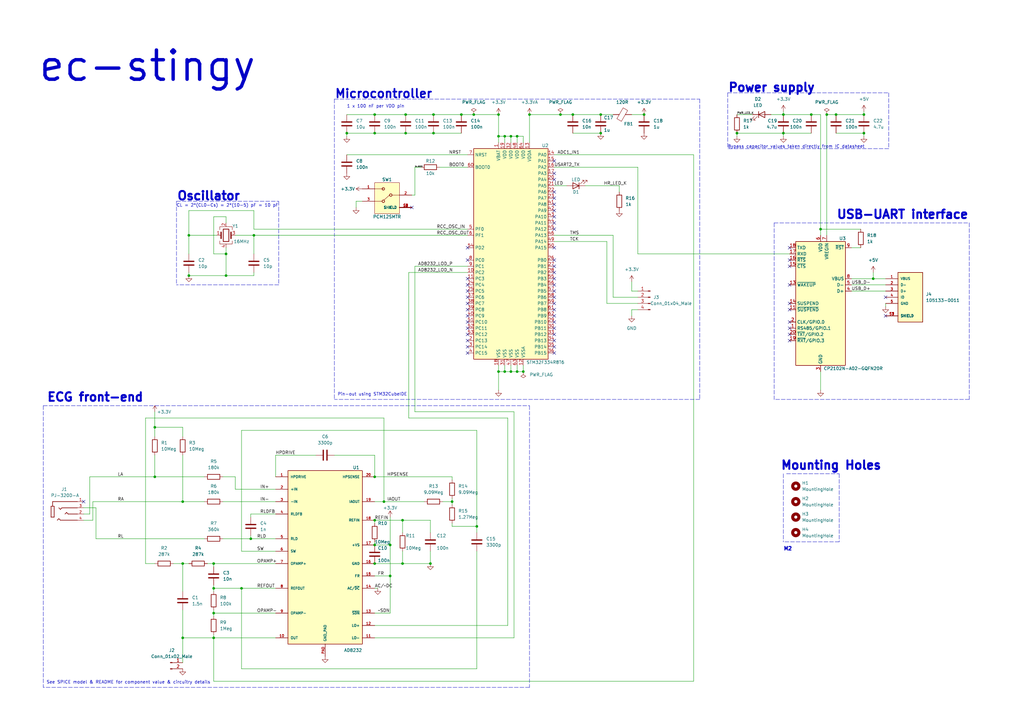
<source format=kicad_sch>
(kicad_sch (version 20211123) (generator eeschema)
  (paper "A3")
  (title_block (title "ec-stingy") (date "2023-06-29") (rev "0.1") (company "Steve Farra"))
  (lib_symbols
    (symbol "105133-0011:105133-0011" (pin_names (offset 1.016))
      (property "Reference" "J" (at -5.0875 10.6837 0))
      (property "Value" "105133-0011" (at -5.097 -12.7349 0))
      (symbol "105133-0011_0_0"
        (pin passive line (at -10.16 7.62 0) (length 5.08) (name "VBUS") (number "1"))
        (pin passive line (at -10.16 5.08 0) (length 5.08) (name "D-") (number "2"))
        (pin passive line (at -10.16 2.54 0) (length 5.08) (name "D+") (number "3"))
        (pin passive line (at -10.16 0 0) (length 5.08) (name "ID") (number "4"))
        (pin passive line (at -10.16 -2.54 0) (length 5.08) (name "GND") (number "5"))
        (pin passive line (at -10.16 -7.62 0) (length 5.08) (name "SHIELD") (number "S1"))
        (pin passive line (at -10.16 -7.62 0) (length 5.08) (name "SHIELD") (number "S2"))
        (pin passive line (at -10.16 -7.62 0) (length 5.08) (name "SHIELD") (number "S3"))
      )
    )
    (symbol "AD8232:AD8232" (pin_names (offset 1.016))
      (property "Reference" "U" (at -15.24 45.72 0))
      (property "Value" "AD8232" (at -15.24 -30.48 0))
      (symbol "AD8232_0_0"
        (pin bidirectional line (at -20.32 40.64 0) (length 5.08) (name "HPDRIVE") (number "1"))
        (pin bidirectional line (at -20.32 -25.4 0) (length 5.08) (name "OUT") (number "10"))
        (pin bidirectional line (at 20.32 -25.4 180) (length 5.08) (name "LO-") (number "11"))
        (pin bidirectional line (at 20.32 -20.32 180) (length 5.08) (name "LO+") (number "12"))
        (pin bidirectional line (at 20.32 -15.24 180) (length 5.08) (name "~{SDN}") (number "13"))
        (pin bidirectional line (at 20.32 -5.08 180) (length 5.08) (name "AC/~{DC}") (number "14"))
        (pin bidirectional line (at 20.32 0 180) (length 5.08) (name "FR") (number "15"))
        (pin bidirectional line (at 20.32 5.08 180) (length 5.08) (name "GND") (number "16"))
        (pin bidirectional line (at 20.32 12.7 180) (length 5.08) (name "+VS") (number "17"))
        (pin bidirectional line (at 20.32 22.86 180) (length 5.08) (name "REFIN") (number "18"))
        (pin bidirectional line (at 20.32 30.48 180) (length 5.08) (name "IAOUT") (number "19"))
        (pin bidirectional line (at -20.32 35.56 0) (length 5.08) (name "+IN") (number "2"))
        (pin bidirectional line (at 20.32 40.64 180) (length 5.08) (name "HPSENSE") (number "20"))
        (pin bidirectional line (at -20.32 30.48 0) (length 5.08) (name "-IN") (number "3"))
        (pin bidirectional line (at -20.32 25.4 0) (length 5.08) (name "RLDFB") (number "4"))
        (pin bidirectional line (at -20.32 15.24 0) (length 5.08) (name "RLD") (number "5"))
        (pin bidirectional line (at -20.32 10.16 0) (length 5.08) (name "SW") (number "6"))
        (pin bidirectional line (at -20.32 5.08 0) (length 5.08) (name "OPAMP+") (number "7"))
        (pin bidirectional line (at -20.32 -5.08 0) (length 5.08) (name "REFOUT") (number "8"))
        (pin bidirectional line (at -20.32 -15.24 0) (length 5.08) (name "OPAMP-") (number "9"))
        (pin bidirectional line (at 0 -33.02 90) (length 5.08) (name "GND_PAD") (number "PAD"))
      )
    )
    (symbol "Connector:Conn_01x02_Male" (pin_names (offset 1.016) hide)
      (property "Reference" "J" (at 0 2.54 0))
      (property "Value" "Conn_01x02_Male" (at 0 -5.08 0))
      (symbol "Conn_01x02_Male_1_1"
        (pin passive line (at 5.08 0 180) (length 3.81) (name "Pin_1") (number "1"))
        (pin passive line (at 5.08 -2.54 180) (length 3.81) (name "Pin_2") (number "2"))
      )
    )
    (symbol "Connector:Conn_01x04_Male" (pin_names (offset 1.016) hide)
      (property "Reference" "J" (at 0 5.08 0))
      (property "Value" "Conn_01x04_Male" (at 0 -7.62 0))
      (symbol "Conn_01x04_Male_1_1"
        (pin passive line (at 5.08 2.54 180) (length 3.81) (name "Pin_1") (number "1"))
        (pin passive line (at 5.08 0 180) (length 3.81) (name "Pin_2") (number "2"))
        (pin passive line (at 5.08 -2.54 180) (length 3.81) (name "Pin_3") (number "3"))
        (pin passive line (at 5.08 -5.08 180) (length 3.81) (name "Pin_4") (number "4"))
      )
    )
    (symbol "Device:C" (pin_numbers hide) (pin_names (offset 0.254))
      (property "Reference" "C" (at 0.635 2.54 0))
      (property "Value" "C" (at 0.635 -2.54 0))
      (symbol "C_1_1"
        (pin passive line (at 0 3.81 270) (length 2.794) (name "~") (number "1"))
        (pin passive line (at 0 -3.81 90) (length 2.794) (name "~") (number "2"))
      )
    )
    (symbol "Device:Crystal_GND24" (pin_names (offset 1.016) hide)
      (property "Reference" "Y" (at 3.175 5.08 0))
      (property "Value" "Crystal_GND24" (at 3.175 3.175 0))
      (symbol "Crystal_GND24_1_1"
        (pin passive line (at -3.81 0 0) (length 1.27) (name "1") (number "1"))
        (pin passive line (at 0 5.08 270) (length 1.27) (name "2") (number "2"))
        (pin passive line (at 3.81 0 180) (length 1.27) (name "3") (number "3"))
        (pin passive line (at 0 -5.08 90) (length 1.27) (name "4") (number "4"))
      )
    )
    (symbol "Device:FerriteBead" (pin_numbers hide) (pin_names (offset 0))
      (property "Reference" "FB" (at -3.81 0.635 90))
      (property "Value" "FerriteBead" (at 3.81 0 90))
      (symbol "FerriteBead_1_1"
        (pin passive line (at 0 3.81 270) (length 2.54) (name "~") (number "1"))
        (pin passive line (at 0 -3.81 90) (length 2.54) (name "~") (number "2"))
      )
    )
    (symbol "Device:LED" (pin_numbers hide) (pin_names (offset 1.016) hide)
      (property "Reference" "D" (at 0 2.54 0))
      (property "Value" "LED" (at 0 -2.54 0))
      (symbol "LED_1_1"
        (pin passive line (at -3.81 0 0) (length 2.54) (name "K") (number "1"))
        (pin passive line (at 3.81 0 180) (length 2.54) (name "A") (number "2"))
      )
    )
    (symbol "Device:R" (pin_numbers hide) (pin_names (offset 0))
      (property "Reference" "R" (at 2.032 0 90))
      (property "Value" "R" (at 0 0 90))
      (symbol "R_1_1"
        (pin passive line (at 0 3.81 270) (length 1.27) (name "~") (number "1"))
        (pin passive line (at 0 -3.81 90) (length 1.27) (name "~") (number "2"))
      )
    )
    (symbol "Interface_USB:CP2102N-Axx-xQFN20"
      (property "Reference" "U" (at -8.89 26.67 0))
      (property "Value" "CP2102N-Axx-xQFN20" (at 12.7 26.67 0))
      (symbol "CP2102N-Axx-xQFN20_1_1"
        (pin bidirectional line (at 12.7 -10.16 180) (length 2.54) (name "RS485/GPIO.1") (number "1"))
        (pin no_connect line (at -10.16 -22.86 0) (length 2.54) hide (name "NC") (number "10"))
        (pin output line (at 12.7 -2.54 180) (length 2.54) (name "~{SUSPEND}") (number "11"))
        (pin passive line (at 0 -27.94 90) (length 2.54) hide (name "GND") (number "12"))
        (pin input line (at 12.7 7.62 180) (length 2.54) (name "~{WAKEUP}") (number "13"))
        (pin output line (at 12.7 0 180) (length 2.54) (name "SUSPEND") (number "14"))
        (pin input line (at 12.7 15.24 180) (length 2.54) (name "~{CTS}") (number "15"))
        (pin output line (at 12.7 17.78 180) (length 2.54) (name "~{RTS}") (number "16"))
        (pin input line (at 12.7 20.32 180) (length 2.54) (name "RXD") (number "17"))
        (pin output line (at 12.7 22.86 180) (length 2.54) (name "TXD") (number "18"))
        (pin bidirectional line (at 12.7 -15.24 180) (length 2.54) (name "~{RXT}/GPIO.3") (number "19"))
        (pin bidirectional line (at 12.7 -7.62 180) (length 2.54) (name "CLK/GPIO.0") (number "2"))
        (pin bidirectional line (at 12.7 -12.7 180) (length 2.54) (name "~{TXT}/GPIO.2") (number "20"))
        (pin passive line (at 0 -27.94 90) (length 2.54) hide (name "GND") (number "21"))
        (pin power_in line (at 0 -27.94 90) (length 2.54) (name "GND") (number "3"))
        (pin bidirectional line (at -12.7 5.08 0) (length 2.54) (name "D+") (number "4"))
        (pin bidirectional line (at -12.7 7.62 0) (length 2.54) (name "D-") (number "5"))
        (pin power_in line (at 0 27.94 270) (length 2.54) (name "VDD") (number "6"))
        (pin power_in line (at -2.54 27.94 270) (length 2.54) (name "VREGIN") (number "7"))
        (pin input line (at -12.7 10.16 0) (length 2.54) (name "VBUS") (number "8"))
        (pin input line (at -12.7 22.86 0) (length 2.54) (name "~{RST}") (number "9"))
      )
    )
    (symbol "MCU_ST_STM32F3:STM32F334R8Tx"
      (property "Reference" "U" (at -15.24 44.45 0))
      (property "Value" "STM32F334R8Tx" (at 10.16 44.45 0))
      (symbol "STM32F334R8Tx_1_1"
        (pin power_in line (at -5.08 45.72 270) (length 2.54) (name "VBAT") (number "1"))
        (pin bidirectional line (at -17.78 -7.62 0) (length 2.54) (name "PC2") (number "10"))
        (pin bidirectional line (at -17.78 -10.16 0) (length 2.54) (name "PC3") (number "11"))
        (pin power_in line (at 5.08 -45.72 90) (length 2.54) (name "VSSA") (number "12"))
        (pin power_in line (at 7.62 45.72 270) (length 2.54) (name "VDDA") (number "13"))
        (pin bidirectional line (at 17.78 40.64 180) (length 2.54) (name "PA0") (number "14"))
        (pin bidirectional line (at 17.78 38.1 180) (length 2.54) (name "PA1") (number "15"))
        (pin bidirectional line (at 17.78 35.56 180) (length 2.54) (name "PA2") (number "16"))
        (pin bidirectional line (at 17.78 33.02 180) (length 2.54) (name "PA3") (number "17"))
        (pin power_in line (at -5.08 -45.72 90) (length 2.54) (name "VSS") (number "18"))
        (pin power_in line (at -2.54 45.72 270) (length 2.54) (name "VDD") (number "19"))
        (pin bidirectional line (at -17.78 -35.56 0) (length 2.54) (name "PC13") (number "2"))
        (pin bidirectional line (at 17.78 30.48 180) (length 2.54) (name "PA4") (number "20"))
        (pin bidirectional line (at 17.78 27.94 180) (length 2.54) (name "PA5") (number "21"))
        (pin bidirectional line (at 17.78 25.4 180) (length 2.54) (name "PA6") (number "22"))
        (pin bidirectional line (at 17.78 22.86 180) (length 2.54) (name "PA7") (number "23"))
        (pin bidirectional line (at -17.78 -12.7 0) (length 2.54) (name "PC4") (number "24"))
        (pin bidirectional line (at -17.78 -15.24 0) (length 2.54) (name "PC5") (number "25"))
        (pin bidirectional line (at 17.78 -2.54 180) (length 2.54) (name "PB0") (number "26"))
        (pin bidirectional line (at 17.78 -5.08 180) (length 2.54) (name "PB1") (number "27"))
        (pin bidirectional line (at 17.78 -7.62 180) (length 2.54) (name "PB2") (number "28"))
        (pin bidirectional line (at 17.78 -27.94 180) (length 2.54) (name "PB10") (number "29"))
        (pin bidirectional line (at -17.78 -38.1 0) (length 2.54) (name "PC14") (number "3"))
        (pin bidirectional line (at 17.78 -30.48 180) (length 2.54) (name "PB11") (number "30"))
        (pin power_in line (at -2.54 -45.72 90) (length 2.54) (name "VSS") (number "31"))
        (pin power_in line (at 0 45.72 270) (length 2.54) (name "VDD") (number "32"))
        (pin bidirectional line (at 17.78 -33.02 180) (length 2.54) (name "PB12") (number "33"))
        (pin bidirectional line (at 17.78 -35.56 180) (length 2.54) (name "PB13") (number "34"))
        (pin bidirectional line (at 17.78 -38.1 180) (length 2.54) (name "PB14") (number "35"))
        (pin bidirectional line (at 17.78 -40.64 180) (length 2.54) (name "PB15") (number "36"))
        (pin bidirectional line (at -17.78 -17.78 0) (length 2.54) (name "PC6") (number "37"))
        (pin bidirectional line (at -17.78 -20.32 0) (length 2.54) (name "PC7") (number "38"))
        (pin bidirectional line (at -17.78 -22.86 0) (length 2.54) (name "PC8") (number "39"))
        (pin bidirectional line (at -17.78 -40.64 0) (length 2.54) (name "PC15") (number "4"))
        (pin bidirectional line (at -17.78 -25.4 0) (length 2.54) (name "PC9") (number "40"))
        (pin bidirectional line (at 17.78 20.32 180) (length 2.54) (name "PA8") (number "41"))
        (pin bidirectional line (at 17.78 17.78 180) (length 2.54) (name "PA9") (number "42"))
        (pin bidirectional line (at 17.78 15.24 180) (length 2.54) (name "PA10") (number "43"))
        (pin bidirectional line (at 17.78 12.7 180) (length 2.54) (name "PA11") (number "44"))
        (pin bidirectional line (at 17.78 10.16 180) (length 2.54) (name "PA12") (number "45"))
        (pin bidirectional line (at 17.78 7.62 180) (length 2.54) (name "PA13") (number "46"))
        (pin power_in line (at 0 -45.72 90) (length 2.54) (name "VSS") (number "47"))
        (pin power_in line (at 2.54 45.72 270) (length 2.54) (name "VDD") (number "48"))
        (pin bidirectional line (at 17.78 5.08 180) (length 2.54) (name "PA14") (number "49"))
        (pin input line (at -17.78 10.16 0) (length 2.54) (name "PF0") (number "5"))
        (pin bidirectional line (at 17.78 2.54 180) (length 2.54) (name "PA15") (number "50"))
        (pin bidirectional line (at -17.78 -27.94 0) (length 2.54) (name "PC10") (number "51"))
        (pin bidirectional line (at -17.78 -30.48 0) (length 2.54) (name "PC11") (number "52"))
        (pin bidirectional line (at -17.78 -33.02 0) (length 2.54) (name "PC12") (number "53"))
        (pin bidirectional line (at -17.78 2.54 0) (length 2.54) (name "PD2") (number "54"))
        (pin bidirectional line (at 17.78 -10.16 180) (length 2.54) (name "PB3") (number "55"))
        (pin bidirectional line (at 17.78 -12.7 180) (length 2.54) (name "PB4") (number "56"))
        (pin bidirectional line (at 17.78 -15.24 180) (length 2.54) (name "PB5") (number "57"))
        (pin bidirectional line (at 17.78 -17.78 180) (length 2.54) (name "PB6") (number "58"))
        (pin bidirectional line (at 17.78 -20.32 180) (length 2.54) (name "PB7") (number "59"))
        (pin input line (at -17.78 7.62 0) (length 2.54) (name "PF1") (number "6"))
        (pin input line (at -17.78 35.56 0) (length 2.54) (name "BOOT0") (number "60"))
        (pin bidirectional line (at 17.78 -22.86 180) (length 2.54) (name "PB8") (number "61"))
        (pin bidirectional line (at 17.78 -25.4 180) (length 2.54) (name "PB9") (number "62"))
        (pin power_in line (at 2.54 -45.72 90) (length 2.54) (name "VSS") (number "63"))
        (pin power_in line (at 5.08 45.72 270) (length 2.54) (name "VDD") (number "64"))
        (pin input line (at -17.78 40.64 0) (length 2.54) (name "NRST") (number "7"))
        (pin bidirectional line (at -17.78 -2.54 0) (length 2.54) (name "PC0") (number "8"))
        (pin bidirectional line (at -17.78 -5.08 0) (length 2.54) (name "PC1") (number "9"))
      )
    )
    (symbol "Mechanical:MountingHole" (pin_names (offset 1.016))
      (property "Reference" "H" (at 0 5.08 0))
      (property "Value" "MountingHole" (at 0 3.175 0))
    )
    (symbol "PCM12SMTR:PCM12SMTR" (pin_names (offset 1.016))
      (property "Reference" "SW" (at -5.0844 5.3386 0))
      (property "Value" "PCM12SMTR" (at -5.1814 -9.6619 0))
      (symbol "PCM12SMTR_0_0"
        (pin passive line (at -10.16 2.54 0) (length 5.08) (name "~") (number "1"))
        (pin passive line (at 10.16 0 180) (length 5.08) (name "~") (number "2"))
        (pin passive line (at -10.16 -2.54 0) (length 5.08) (name "~") (number "3"))
        (pin passive line (at 10.16 -5.08 180) (length 5.08) (name "SHIELD") (number "S1"))
        (pin passive line (at 10.16 -5.08 180) (length 5.08) (name "SHIELD") (number "S2"))
        (pin passive line (at 10.16 -5.08 180) (length 5.08) (name "SHIELD") (number "S3"))
        (pin passive line (at 10.16 -5.08 180) (length 5.08) (name "SHIELD") (number "S4"))
      )
    )
    (symbol "PJ-320D-A:PJ-320D-A" (pin_names (offset 1.016))
      (property "Reference" "J" (at -5.08 2.54 0))
      (property "Value" "PJ-320D-A" (at -5.08 -10.16 0))
      (symbol "PJ-320D-A_0_0"
        (pin passive line (at 7.62 0 180) (length 2.54) (name "~") (number "1"))
        (pin passive line (at 7.62 -5.08 180) (length 2.54) (name "~") (number "2"))
        (pin passive line (at 7.62 -2.54 180) (length 2.54) (name "~") (number "3"))
        (pin passive line (at 7.62 -7.62 180) (length 2.54) (name "~") (number "4"))
      )
    )
    (symbol "power:+3.3V" (power) (pin_names (offset 0))
      (property "Value" "+3.3V" (at 0 3.556 0))
      (symbol "+3.3V_1_1"
        (pin power_in line (at 0 0 90) (length 0) hide (name "+3.3V") (number "1"))
      )
    )
    (symbol "power:+3.3VA" (power) (pin_names (offset 0))
      (property "Value" "+3.3VA" (at 0 3.556 0))
      (symbol "+3.3VA_1_1"
        (pin power_in line (at 0 0 90) (length 0) hide (name "+3.3VA") (number "1"))
      )
    )
    (symbol "power:+5V" (power) (pin_names (offset 0))
      (property "Value" "+5V" (at 0 3.556 0))
      (symbol "+5V_1_1"
        (pin power_in line (at 0 0 90) (length 0) hide (name "+5V") (number "1"))
      )
    )
    (symbol "power:GND" (power) (pin_names (offset 0))
      (property "Value" "GND" (at 0 -3.81 0))
      (symbol "GND_1_1"
        (pin power_in line (at 0 0 270) (length 0) hide (name "GND") (number "1"))
      )
    )
    (symbol "power:PWR_FLAG" (power) (pin_numbers hide) (pin_names (offset 0) hide)
      (property "Value" "PWR_FLAG" (at 0 3.81 0))
      (symbol "PWR_FLAG_0_0"
        (pin power_out line (at 0 0 90) (length 0) (name "pwr") (number "1"))
      )
    )
  )
  (junction (at 87.63 251.46))
  (junction (at 185.42 205.74))
  (junction (at 212.09 55.88))
  (junction (at 204.47 46.99))
  (junction (at 104.14 96.52))
  (junction (at 177.8 54.61))
  (junction (at 160.02 236.22))
  (junction (at 153.67 54.61))
  (junction (at 207.01 55.88))
  (junction (at 321.31 46.99))
  (junction (at 209.55 55.88))
  (junction (at 74.93 205.74))
  (junction (at 142.24 54.61))
  (junction (at 166.37 46.99))
  (junction (at 195.58 215.9))
  (junction (at 264.16 46.99))
  (junction (at 102.87 220.98))
  (junction (at 157.48 205.74))
  (junction (at 209.55 152.4))
  (junction (at 87.63 261.62))
  (junction (at 212.09 152.4))
  (junction (at 74.93 261.62))
  (junction (at 336.55 93.98))
  (junction (at 63.5 175.26))
  (junction (at 332.74 46.99))
  (junction (at 153.67 231.14))
  (junction (at 153.67 46.99))
  (junction (at 153.67 223.52))
  (junction (at 153.67 213.36))
  (junction (at 246.38 54.61))
  (junction (at 358.14 114.3))
  (junction (at 77.47 113.03))
  (junction (at 165.1 213.36))
  (junction (at 92.71 104.14))
  (junction (at 234.95 46.99))
  (junction (at 165.1 231.14))
  (junction (at 160.02 223.52))
  (junction (at 194.31 46.99))
  (junction (at 302.26 54.61))
  (junction (at 92.71 113.03))
  (junction (at 229.87 46.99))
  (junction (at 99.06 241.3))
  (junction (at 74.93 231.14))
  (junction (at 207.01 152.4))
  (junction (at 189.23 46.99))
  (junction (at 354.33 54.61))
  (junction (at 153.67 195.58))
  (junction (at 177.8 46.99))
  (junction (at 87.63 241.3))
  (junction (at 176.53 231.14))
  (junction (at 246.38 46.99))
  (junction (at 63.5 195.58))
  (junction (at 321.31 54.61))
  (junction (at 342.9 46.99))
  (junction (at 214.63 152.4))
  (junction (at 87.63 231.14))
  (junction (at 204.47 152.4))
  (junction (at 166.37 54.61))
  (junction (at 354.33 46.99))
  (junction (at 204.47 55.88))
  (junction (at 77.47 96.52))
  (junction (at 217.17 46.99))
  (junction (at 339.09 46.99))
  (no_connect (at 191.77 137.16))
  (no_connect (at 191.77 127))
  (no_connect (at 323.85 137.16))
  (no_connect (at 323.85 139.7))
  (no_connect (at 227.33 132.08))
  (no_connect (at 227.33 127))
  (no_connect (at 323.85 116.84))
  (no_connect (at 323.85 132.08))
  (no_connect (at 227.33 109.22))
  (no_connect (at 227.33 78.74))
  (no_connect (at 191.77 134.62))
  (no_connect (at 227.33 129.54))
  (no_connect (at 323.85 101.6))
  (no_connect (at 227.33 111.76))
  (no_connect (at 191.77 101.6))
  (no_connect (at 227.33 124.46))
  (no_connect (at 227.33 134.62))
  (no_connect (at 168.91 85.09))
  (no_connect (at 227.33 137.16))
  (no_connect (at 191.77 132.08))
  (no_connect (at 191.77 142.24))
  (no_connect (at 227.33 83.82))
  (no_connect (at 227.33 81.28))
  (no_connect (at 191.77 114.3))
  (no_connect (at 191.77 116.84))
  (no_connect (at 227.33 91.44))
  (no_connect (at 227.33 71.12))
  (no_connect (at 227.33 139.7))
  (no_connect (at 323.85 134.62))
  (no_connect (at 227.33 121.92))
  (no_connect (at 191.77 106.68))
  (no_connect (at 323.85 109.22))
  (no_connect (at 227.33 86.36))
  (no_connect (at 227.33 101.6))
  (no_connect (at 227.33 106.68))
  (no_connect (at 227.33 119.38))
  (no_connect (at 191.77 119.38))
  (no_connect (at 363.22 129.54))
  (no_connect (at 191.77 121.92))
  (no_connect (at 191.77 124.46))
  (no_connect (at 191.77 129.54))
  (no_connect (at 191.77 139.7))
  (no_connect (at 323.85 124.46))
  (no_connect (at 227.33 144.78))
  (no_connect (at 34.29 205.74))
  (no_connect (at 323.85 127))
  (no_connect (at 363.22 121.92))
  (no_connect (at 227.33 114.3))
  (no_connect (at 227.33 142.24))
  (no_connect (at 227.33 93.98))
  (no_connect (at 227.33 116.84))
  (no_connect (at 227.33 73.66))
  (no_connect (at 227.33 66.04))
  (no_connect (at 227.33 88.9))
  (no_connect (at 323.85 106.68))
  (no_connect (at 191.77 144.78))
  (wire (pts (xy 217.17 46.99) (xy 229.87 46.99)))
  (wire (pts (xy 153.67 213.36) (xy 153.67 214.63)))
  (wire (pts (xy 102.87 220.98) (xy 113.03 220.98)))
  (wire (pts (xy 87.63 250.19) (xy 87.63 251.46)))
  (wire (pts (xy 153.67 186.69) (xy 153.67 195.58)))
  (wire (pts (xy 63.5 186.69) (xy 63.5 195.58)))
  (wire (pts (xy 167.64 111.76) (xy 167.64 171.45)))
  (wire (pts (xy 261.62 119.38) (xy 259.08 119.38)))
  (wire (pts (xy 87.63 104.14) (xy 92.71 104.14)))
  (wire (pts (xy 87.63 232.41) (xy 87.63 231.14)))
  (wire (pts (xy 195.58 226.06) (xy 195.58 274.32)))
  (wire (pts (xy 209.55 149.86) (xy 209.55 152.4)))
  (wire (pts (xy 92.71 113.03) (xy 104.14 113.03)))
  (wire (pts (xy 104.14 96.52) (xy 191.77 96.52)))
  (wire (pts (xy 349.25 101.6) (xy 353.06 101.6)))
  (wire (pts (xy 96.52 96.52) (xy 104.14 96.52)))
  (wire (pts (xy 59.69 171.45) (xy 157.48 171.45)))
  (polyline (pts (xy 137.16 40.64) (xy 137.16 163.83)))
  (polyline (pts (xy 321.31 194.31) (xy 321.31 222.25)))
  (wire (pts (xy 358.14 111.76) (xy 358.14 114.3)))
  (wire (pts (xy 339.09 46.99) (xy 339.09 96.52)))
  (polyline (pts (xy 137.16 40.64) (xy 287.02 40.64)))
  (wire (pts (xy 166.37 46.99) (xy 177.8 46.99)))
  (wire (pts (xy 259.08 115.57) (xy 259.08 119.38)))
  (polyline (pts (xy 72.39 82.55) (xy 114.3 82.55)))
  (wire (pts (xy 142.24 54.61) (xy 142.24 55.88)))
  (wire (pts (xy 227.33 63.5) (xy 284.48 63.5)))
  (wire (pts (xy 204.47 55.88) (xy 204.47 58.42)))
  (wire (pts (xy 332.74 46.99) (xy 336.55 46.99)))
  (wire (pts (xy 87.63 251.46) (xy 87.63 252.73)))
  (wire (pts (xy 212.09 149.86) (xy 212.09 152.4)))
  (wire (pts (xy 227.33 99.06) (xy 248.92 99.06)))
  (wire (pts (xy 77.47 96.52) (xy 77.47 104.14)))
  (wire (pts (xy 212.09 152.4) (xy 214.63 152.4)))
  (wire (pts (xy 39.37 220.98) (xy 83.82 220.98)))
  (wire (pts (xy 323.85 104.14) (xy 261.62 104.14)))
  (wire (pts (xy 77.47 86.36) (xy 104.14 86.36)))
  (wire (pts (xy 74.93 205.74) (xy 83.82 205.74)))
  (wire (pts (xy 204.47 149.86) (xy 204.47 152.4)))
  (wire (pts (xy 77.47 231.14) (xy 74.93 231.14)))
  (wire (pts (xy 342.9 54.61) (xy 354.33 54.61)))
  (wire (pts (xy 204.47 46.99) (xy 204.47 55.88)))
  (wire (pts (xy 153.67 195.58) (xy 185.42 195.58)))
  (wire (pts (xy 259.08 127) (xy 259.08 129.54)))
  (wire (pts (xy 176.53 226.06) (xy 176.53 231.14)))
  (wire (pts (xy 210.82 261.62) (xy 210.82 168.91)))
  (wire (pts (xy 207.01 152.4) (xy 209.55 152.4)))
  (wire (pts (xy 99.06 176.53) (xy 195.58 176.53)))
  (wire (pts (xy 210.82 261.62) (xy 153.67 261.62)))
  (wire (pts (xy 63.5 231.14) (xy 59.69 231.14)))
  (wire (pts (xy 102.87 212.09) (xy 102.87 210.82)))
  (wire (pts (xy 363.22 124.46) (xy 363.22 125.73)))
  (wire (pts (xy 38.1 205.74) (xy 38.1 213.36)))
  (wire (pts (xy 38.1 205.74) (xy 74.93 205.74)))
  (wire (pts (xy 176.53 213.36) (xy 176.53 218.44)))
  (wire (pts (xy 208.28 171.45) (xy 208.28 256.54)))
  (wire (pts (xy 180.34 68.58) (xy 191.77 68.58)))
  (wire (pts (xy 354.33 54.61) (xy 354.33 55.88)))
  (wire (pts (xy 87.63 279.4) (xy 87.63 261.62)))
  (wire (pts (xy 212.09 55.88) (xy 214.63 55.88)))
  (wire (pts (xy 153.67 223.52) (xy 160.02 223.52)))
  (wire (pts (xy 248.92 124.46) (xy 261.62 124.46)))
  (wire (pts (xy 321.31 54.61) (xy 321.31 55.88)))
  (wire (pts (xy 154.94 241.3) (xy 153.67 241.3)))
  (wire (pts (xy 92.71 101.6) (xy 92.71 104.14)))
  (wire (pts (xy 85.09 231.14) (xy 87.63 231.14)))
  (wire (pts (xy 63.5 175.26) (xy 74.93 175.26)))
  (wire (pts (xy 261.62 127) (xy 259.08 127)))
  (wire (pts (xy 39.37 208.28) (xy 34.29 208.28)))
  (polyline (pts (xy 287.02 40.64) (xy 287.02 163.83)))
  (wire (pts (xy 74.93 179.07) (xy 74.93 175.26)))
  (wire (pts (xy 113.03 226.06) (xy 99.06 226.06)))
  (wire (pts (xy 142.24 63.5) (xy 191.77 63.5)))
  (wire (pts (xy 63.5 195.58) (xy 83.82 195.58)))
  (wire (pts (xy 208.28 256.54) (xy 153.67 256.54)))
  (wire (pts (xy 316.23 46.99) (xy 321.31 46.99)))
  (wire (pts (xy 87.63 231.14) (xy 113.03 231.14)))
  (wire (pts (xy 39.37 220.98) (xy 39.37 208.28)))
  (wire (pts (xy 209.55 152.4) (xy 212.09 152.4)))
  (wire (pts (xy 234.95 46.99) (xy 246.38 46.99)))
  (wire (pts (xy 207.01 55.88) (xy 207.01 58.42)))
  (wire (pts (xy 332.74 54.61) (xy 321.31 54.61)))
  (wire (pts (xy 104.14 93.98) (xy 191.77 93.98)))
  (wire (pts (xy 36.83 195.58) (xy 63.5 195.58)))
  (polyline (pts (xy 17.78 166.37) (xy 17.78 281.94)))
  (wire (pts (xy 113.03 186.69) (xy 129.54 186.69)))
  (wire (pts (xy 74.93 261.62) (xy 74.93 271.78)))
  (wire (pts (xy 165.1 231.14) (xy 176.53 231.14)))
  (wire (pts (xy 204.47 152.4) (xy 204.47 160.02)))
  (wire (pts (xy 104.14 96.52) (xy 104.14 104.14)))
  (wire (pts (xy 234.95 54.61) (xy 246.38 54.61)))
  (wire (pts (xy 195.58 274.32) (xy 99.06 274.32)))
  (wire (pts (xy 153.67 231.14) (xy 165.1 231.14)))
  (wire (pts (xy 227.33 68.58) (xy 261.62 68.58)))
  (polyline (pts (xy 287.02 163.83) (xy 137.16 163.83)))
  (wire (pts (xy 153.67 251.46) (xy 160.02 251.46)))
  (wire (pts (xy 77.47 86.36) (xy 77.47 96.52)))
  (wire (pts (xy 185.42 204.47) (xy 185.42 205.74)))
  (wire (pts (xy 177.8 46.99) (xy 189.23 46.99)))
  (wire (pts (xy 71.12 231.14) (xy 74.93 231.14)))
  (wire (pts (xy 87.63 88.9) (xy 87.63 104.14)))
  (wire (pts (xy 167.64 111.76) (xy 191.77 111.76)))
  (polyline (pts (xy 344.17 222.25) (xy 321.31 222.25)))
  (wire (pts (xy 240.03 76.2) (xy 254 76.2)))
  (wire (pts (xy 153.67 213.36) (xy 165.1 213.36)))
  (wire (pts (xy 91.44 220.98) (xy 102.87 220.98)))
  (wire (pts (xy 246.38 46.99) (xy 251.46 46.99)))
  (wire (pts (xy 87.63 260.35) (xy 87.63 261.62)))
  (wire (pts (xy 342.9 46.99) (xy 354.33 46.99)))
  (wire (pts (xy 248.92 99.06) (xy 248.92 124.46)))
  (wire (pts (xy 349.25 119.38) (xy 363.22 119.38)))
  (wire (pts (xy 339.09 46.99) (xy 342.9 46.99)))
  (wire (pts (xy 185.42 215.9) (xy 185.42 214.63)))
  (wire (pts (xy 302.26 54.61) (xy 302.26 55.88)))
  (wire (pts (xy 336.55 93.98) (xy 353.06 93.98)))
  (polyline (pts (xy 317.5 91.44) (xy 317.5 163.83)))
  (wire (pts (xy 251.46 96.52) (xy 251.46 121.92)))
  (polyline (pts (xy 397.51 163.83) (xy 317.5 163.83)))
  (wire (pts (xy 77.47 96.52) (xy 88.9 96.52)))
  (wire (pts (xy 170.18 80.01) (xy 168.91 80.01)))
  (wire (pts (xy 336.55 96.52) (xy 336.55 93.98)))
  (wire (pts (xy 210.82 168.91) (xy 170.18 168.91)))
  (wire (pts (xy 167.64 171.45) (xy 208.28 171.45)))
  (wire (pts (xy 181.61 205.74) (xy 185.42 205.74)))
  (wire (pts (xy 153.67 46.99) (xy 166.37 46.99)))
  (wire (pts (xy 142.24 46.99) (xy 153.67 46.99)))
  (wire (pts (xy 170.18 68.58) (xy 170.18 80.01)))
  (wire (pts (xy 87.63 279.4) (xy 284.48 279.4)))
  (wire (pts (xy 102.87 219.71) (xy 102.87 220.98)))
  (wire (pts (xy 254 76.2) (xy 254 78.74)))
  (wire (pts (xy 113.03 261.62) (xy 87.63 261.62)))
  (wire (pts (xy 99.06 241.3) (xy 113.03 241.3)))
  (polyline (pts (xy 317.5 91.44) (xy 397.51 91.44)))
  (polyline (pts (xy 397.51 91.44) (xy 397.51 163.83)))
  (wire (pts (xy 217.17 58.42) (xy 217.17 46.99)))
  (wire (pts (xy 170.18 168.91) (xy 170.18 109.22)))
  (wire (pts (xy 166.37 54.61) (xy 177.8 54.61)))
  (wire (pts (xy 91.44 205.74) (xy 113.03 205.74)))
  (wire (pts (xy 113.03 195.58) (xy 113.03 186.69)))
  (wire (pts (xy 87.63 240.03) (xy 87.63 241.3)))
  (wire (pts (xy 92.71 91.44) (xy 92.71 88.9)))
  (wire (pts (xy 77.47 113.03) (xy 92.71 113.03)))
  (wire (pts (xy 349.25 116.84) (xy 363.22 116.84)))
  (wire (pts (xy 302.26 46.99) (xy 308.61 46.99)))
  (wire (pts (xy 194.31 46.99) (xy 204.47 46.99)))
  (wire (pts (xy 99.06 226.06) (xy 99.06 176.53)))
  (polyline (pts (xy 298.45 38.1) (xy 364.49 38.1)))
  (polyline (pts (xy 72.39 82.55) (xy 72.39 116.84)))
  (wire (pts (xy 214.63 149.86) (xy 214.63 152.4)))
  (wire (pts (xy 321.31 45.72) (xy 321.31 46.99)))
  (wire (pts (xy 153.67 222.25) (xy 153.67 223.52)))
  (polyline (pts (xy 364.49 38.1) (xy 364.49 60.96)))
  (wire (pts (xy 63.5 175.26) (xy 63.5 179.07)))
  (wire (pts (xy 77.47 111.76) (xy 77.47 113.03)))
  (polyline (pts (xy 114.3 116.84) (xy 72.39 116.84)))
  (wire (pts (xy 157.48 205.74) (xy 173.99 205.74)))
  (polyline (pts (xy 298.45 38.1) (xy 298.45 60.96)))
  (wire (pts (xy 207.01 55.88) (xy 209.55 55.88)))
  (wire (pts (xy 36.83 195.58) (xy 36.83 210.82)))
  (wire (pts (xy 74.93 231.14) (xy 74.93 242.57)))
  (wire (pts (xy 74.93 186.69) (xy 74.93 205.74)))
  (wire (pts (xy 92.71 104.14) (xy 92.71 113.03)))
  (polyline (pts (xy 217.17 281.94) (xy 17.78 281.94)))
  (wire (pts (xy 177.8 54.61) (xy 189.23 54.61)))
  (wire (pts (xy 214.63 55.88) (xy 214.63 58.42)))
  (wire (pts (xy 146.05 82.55) (xy 146.05 85.09)))
  (wire (pts (xy 99.06 274.32) (xy 99.06 241.3)))
  (polyline (pts (xy 344.17 194.31) (xy 344.17 222.25)))
  (wire (pts (xy 160.02 212.09) (xy 160.02 223.52)))
  (wire (pts (xy 261.62 104.14) (xy 261.62 68.58)))
  (wire (pts (xy 212.09 55.88) (xy 212.09 58.42)))
  (wire (pts (xy 36.83 210.82) (xy 34.29 210.82)))
  (wire (pts (xy 87.63 241.3) (xy 99.06 241.3)))
  (wire (pts (xy 229.87 46.99) (xy 234.95 46.99)))
  (wire (pts (xy 160.02 251.46) (xy 160.02 236.22)))
  (wire (pts (xy 91.44 195.58) (xy 96.52 195.58)))
  (wire (pts (xy 195.58 176.53) (xy 195.58 215.9)))
  (wire (pts (xy 189.23 46.99) (xy 194.31 46.99)))
  (wire (pts (xy 185.42 195.58) (xy 185.42 196.85)))
  (wire (pts (xy 284.48 279.4) (xy 284.48 63.5)))
  (wire (pts (xy 209.55 55.88) (xy 212.09 55.88)))
  (wire (pts (xy 302.26 54.61) (xy 321.31 54.61)))
  (wire (pts (xy 185.42 205.74) (xy 185.42 207.01)))
  (wire (pts (xy 259.08 46.99) (xy 264.16 46.99)))
  (polyline (pts (xy 17.78 166.37) (xy 217.17 166.37)))
  (wire (pts (xy 87.63 251.46) (xy 113.03 251.46)))
  (polyline (pts (xy 217.17 166.37) (xy 217.17 281.94)))
  (wire (pts (xy 160.02 223.52) (xy 160.02 236.22)))
  (wire (pts (xy 207.01 149.86) (xy 207.01 152.4)))
  (wire (pts (xy 38.1 213.36) (xy 34.29 213.36)))
  (wire (pts (xy 170.18 109.22) (xy 191.77 109.22)))
  (wire (pts (xy 170.18 68.58) (xy 172.72 68.58)))
  (wire (pts (xy 148.59 82.55) (xy 146.05 82.55)))
  (wire (pts (xy 165.1 213.36) (xy 165.1 218.44)))
  (wire (pts (xy 358.14 114.3) (xy 363.22 114.3)))
  (wire (pts (xy 74.93 250.19) (xy 74.93 261.62)))
  (wire (pts (xy 165.1 213.36) (xy 176.53 213.36)))
  (wire (pts (xy 209.55 55.88) (xy 209.55 58.42)))
  (wire (pts (xy 153.67 54.61) (xy 166.37 54.61)))
  (wire (pts (xy 227.33 76.2) (xy 232.41 76.2)))
  (wire (pts (xy 195.58 215.9) (xy 195.58 218.44)))
  (polyline (pts (xy 364.49 60.96) (xy 298.45 60.96)))
  (wire (pts (xy 153.67 205.74) (xy 157.48 205.74)))
  (polyline (pts (xy 322.58 194.31) (xy 344.17 194.31)))
  (wire (pts (xy 227.33 96.52) (xy 251.46 96.52)))
  (wire (pts (xy 137.16 186.69) (xy 153.67 186.69)))
  (wire (pts (xy 195.58 215.9) (xy 185.42 215.9)))
  (wire (pts (xy 157.48 171.45) (xy 157.48 205.74)))
  (wire (pts (xy 104.14 93.98) (xy 104.14 86.36)))
  (wire (pts (xy 74.93 261.62) (xy 87.63 261.62)))
  (wire (pts (xy 153.67 236.22) (xy 160.02 236.22)))
  (wire (pts (xy 354.33 45.72) (xy 354.33 46.99)))
  (wire (pts (xy 332.74 46.99) (xy 321.31 46.99)))
  (wire (pts (xy 87.63 242.57) (xy 87.63 241.3)))
  (wire (pts (xy 165.1 226.06) (xy 165.1 231.14)))
  (wire (pts (xy 142.24 54.61) (xy 153.67 54.61)))
  (wire (pts (xy 63.5 168.91) (xy 63.5 175.26)))
  (polyline (pts (xy 114.3 82.55) (xy 114.3 116.84)))
  (wire (pts (xy 96.52 200.66) (xy 113.03 200.66)))
  (wire (pts (xy 336.55 152.4) (xy 336.55 160.02)))
  (wire (pts (xy 92.71 88.9) (xy 87.63 88.9)))
  (wire (pts (xy 204.47 152.4) (xy 207.01 152.4)))
  (wire (pts (xy 204.47 55.88) (xy 207.01 55.88)))
  (wire (pts (xy 251.46 121.92) (xy 261.62 121.92)))
  (wire (pts (xy 336.55 46.99) (xy 336.55 93.98)))
  (wire (pts (xy 349.25 114.3) (xy 358.14 114.3)))
  (wire (pts (xy 59.69 231.14) (xy 59.69 171.45)))
  (wire (pts (xy 102.87 210.82) (xy 113.03 210.82)))
  (wire (pts (xy 96.52 195.58) (xy 96.52 200.66)))
  (wire (pts (xy 104.14 111.76) (xy 104.14 113.03)))
  (text "Mounting Holes" (at 320.04 193.04 0) (effects (font (size 3.5 3.5) (thickness 0.8) bold) (justify left bottom)))
  (text "Bypass capacitor values taken directly from IC datasheet" (at 298.45 60.96 0) (effects (font (size 1.27 1.27)) (justify left bottom)))
  (text "M2" (at 321.31 226.06 0) (effects (font (size 1.5 1.5) (thickness 0.8) bold) (justify left bottom)))
  (text "CL = 2*(CL0-Cs) = 2*(10-5) pF = 10 pF" (at 72.39 85.09 0) (effects (font (size 1.26 1.26)) (justify left bottom)))
  (text "1 x 100 nF per VDD pin" (at 142.24 44.45 0) (effects (font (size 1.27 1.27)) (justify left bottom)))
  (text "Microcontroller" (at 137.16 40.64 0) (effects (font (size 3.5 3.5) (thickness 0.7) bold) (justify left bottom)))
  (text "Pin-out using STM32CubeIDE" (at 138.43 162.56 0) (effects (font (size 1.27 1.27)) (justify left bottom)))
  (text "ECG front-end" (at 19.05 165.1 0) (effects (font (size 3.5 3.5) (thickness 0.8) bold) (justify left bottom)))
  (text "Power supply" (at 298.45 38.1 0) (effects (font (size 3.5 3.5) (thickness 0.8) bold) (justify left bottom)))
  (text "USB-UART interface" (at 342.9 90.17 0) (effects (font (size 3.5 3.5) (thickness 0.8) bold) (justify left bottom)))
  (text "Oscillator" (at 72.39 82.55 0) (effects (font (size 3.5 3.5) (thickness 0.8) bold) (justify left bottom)))
  (text "ec-stingy" (at 15.24 34.29 0) (effects (font (size 12 12) (thickness 1.4) bold) (justify left bottom)))
  (text "See SPICE model & README for component value & circuitry details" (at 19.05 280.67 0) (effects (font (size 1.27 1.27)) (justify left bottom)))
  (label "AD8232_LOD_P" (at 171.45 109.22 0))
  (label "~SDN" (at 154.94 251.46 0))
  (label "RCC_OSC_IN" (at 179.07 93.98 0))
  (label "HR_LED_K" (at 247.65 76.2 0))
  (label "HPSENSE" (at 158.75 195.58 0))
  (label "TCK" (at 233.68 99.06 0))
  (label "RL" (at 48.26 220.98 0))
  (label "NRST" (at 184.15 63.5 0))
  (label "RCC_OSC_OUT" (at 179.07 96.52 0))
  (label "LED" (at 227.33 76.2 0))
  (label "AC{slash}~DC" (at 153.67 241.3 0))
  (label "FR" (at 154.94 236.22 0))
  (label "USB_D+" (at 349.25 119.38 0))
  (label "IN+" (at 106.68 200.66 0))
  (label "SW_BOOT0" (at 170.18 68.58 0) (effects (font (size 0.4 0.4))))
  (label "IN-" (at 106.68 205.74 0))
  (label "USB_D-" (at 349.25 116.84 0))
  (label "IAOUT" (at 158.75 205.74 0))
  (label "OPAMP-" (at 105.41 251.46 0))
  (label "BOOT0" (at 184.15 68.58 0))
  (label "SW" (at 105.41 226.06 0))
  (label "AD8232_LOD_N" (at 171.45 111.76 0))
  (label "RA" (at 48.26 205.74 0))
  (label "PWR_LED_K" (at 302.26 46.99 0) (effects (font (size 0.8 0.8))))
  (label "OPAMP+" (at 105.41 231.14 0))
  (label "TMS" (at 233.68 96.52 0))
  (label "USART2_TX" (at 227.33 68.58 0))
  (label "HPDRIVE" (at 113.03 186.69 0))
  (label "RLD" (at 105.41 220.98 0))
  (label "LA" (at 48.26 195.58 0))
  (label "REFOUT" (at 105.41 241.3 0))
  (label "RLDFB" (at 106.68 210.82 0))
  (label "REFIN" (at 153.67 213.36 0))
  (label "ADC1_IN1" (at 228.6 63.5 0))
  (symbol (lib_id "power:PWR_FLAG") (at 229.87 46.99 0) (unit 1)
    (property "Reference" "#FLG02" (effects hide))
    (property "Value" "PWR_FLAG" (at 229.87 41.91 0))
  )
  (symbol (lib_id "Device:R") (at 176.53 68.58 90) (unit 1)
    (property "Reference" "R12" (at 176.53 66.04 90))
    (property "Value" "10k" (at 176.53 71.12 90))
    (property "Footprint" "Resistor_SMD:R_0402_1005Metric" (effects hide))
  )
  (symbol (lib_id "power:+3.3V") (at 204.47 46.99 0) (unit 1)
    (property "Reference" "#PWR012" (effects hide))
    (property "Value" "+3.3V" (at 204.47 41.91 0))
  )
  (symbol (lib_id "power:GND") (at 246.38 54.61 0) (unit 1)
    (property "Reference" "#PWR015" (effects hide))
    (property "Value" "GND" (effects hide))
  )
  (symbol (lib_id "power:GND") (at 302.26 55.88 0) (mirror y) (unit 1)
    (property "Reference" "#PWR021" (effects hide))
    (property "Value" "GND" (effects hide))
  )
  (symbol (lib_id "Mechanical:MountingHole") (at 326.39 218.44 0) (unit 1)
    (property "Reference" "H4" (at 328.93 217.1699 0) (effects (justify left)))
    (property "Value" "MountingHole" (at 328.93 219.7099 0) (effects (justify left)))
    (property "Footprint" "MountingHole:MountingHole_2.2mm_M2" (effects hide))
  )
  (symbol (lib_id "Device:LED") (at 236.22 76.2 180) (unit 1)
    (property "Reference" "D1" (at 236.22 78.74 0))
    (property "Value" "LED" (at 236.22 73.66 0))
    (property "Footprint" "LED_SMD:LED_0603_1608Metric" (effects hide))
  )
  (symbol (lib_id "Device:R") (at 87.63 220.98 270) (mirror x) (unit 1)
    (property "Reference" "R7" (at 87.63 214.63 90))
    (property "Value" "360k" (at 87.63 217.17 90))
    (property "Footprint" "Resistor_SMD:R_0603_1608Metric" (effects hide))
  )
  (symbol (lib_id "Device:R") (at 185.42 200.66 0) (mirror y) (unit 1)
    (property "Reference" "R14" (at 187.96 199.3899 0) (effects (justify right)))
    (property "Value" "9.09Meg" (at 187.96 201.9299 0) (effects (justify right)))
    (property "Footprint" "Resistor_SMD:R_0603_1608Metric" (effects hide))
  )
  (symbol (lib_id "Device:R") (at 87.63 195.58 270) (mirror x) (unit 1)
    (property "Reference" "R5" (at 87.63 189.23 90))
    (property "Value" "180k" (at 87.63 191.77 90))
    (property "Footprint" "Resistor_SMD:R_0402_1005Metric" (effects hide))
  )
  (symbol (lib_id "Device:R") (at 67.31 231.14 270) (mirror x) (unit 1)
    (property "Reference" "R2" (at 67.31 224.79 90))
    (property "Value" "287k" (at 67.31 227.33 90))
    (property "Footprint" "Resistor_SMD:R_0603_1608Metric" (effects hide))
  )
  (symbol (lib_id "Mechanical:MountingHole") (at 326.39 199.39 0) (unit 1)
    (property "Reference" "H1" (at 328.93 198.1199 0) (effects (justify left)))
    (property "Value" "MountingHole" (at 328.93 200.6599 0) (effects (justify left)))
    (property "Footprint" "MountingHole:MountingHole_2.2mm_M2" (effects hide))
  )
  (symbol (lib_id "power:+3.3VA") (at 217.17 46.99 0) (unit 1)
    (property "Reference" "#PWR014" (effects hide))
    (property "Value" "+3.3VA" (at 217.17 41.91 0))
  )
  (symbol (lib_id "Device:C") (at 246.38 50.8 0) (unit 1)
    (property "Reference" "C17" (at 247.65 48.26 0) (effects (justify left)))
    (property "Value" "1u" (at 247.65 53.34 0) (effects (justify left)))
    (property "Footprint" "Capacitor_SMD:C_0603_1608Metric" (effects hide))
  )
  (symbol (lib_id "Device:R") (at 165.1 222.25 0) (mirror y) (unit 1)
    (property "Reference" "R11" (at 166.37 219.71 0) (effects (justify right)))
    (property "Value" "10Meg" (at 166.37 224.79 0) (effects (justify right)))
    (property "Footprint" "Resistor_SMD:R_0603_1608Metric" (effects hide))
  )
  (symbol (lib_id "AD8232:AD8232") (at 133.35 236.22 0) (unit 1)
    (property "Reference" "U1" (at 146.05 191.77 0))
    (property "Value" "AD8232" (at 144.78 266.7 0))
    (property "Footprint" "AD8232:LFCSP_20" (effects hide))
    (property "PROD_ID" "IC-11886" (effects hide))
  )
  (symbol (lib_id "Device:Crystal_GND24") (at 92.71 96.52 0) (unit 1)
    (property "Reference" "Y1" (at 96.52 92.71 0))
    (property "Value" "16MHz" (at 99.06 99.06 0))
    (property "Footprint" "Crystal:Crystal_SMD_3225-4Pin_3.2x2.5mm" (effects hide))
  )
  (symbol (lib_id "105133-0011:105133-0011") (at 373.38 121.92 0) (unit 1)
    (property "Reference" "J4" (at 379.73 120.6499 0) (effects (justify left)))
    (property "Value" "105133-0011" (at 379.73 123.1899 0) (effects (justify left)))
    (property "Footprint" "105133-0011:MOLEX_105133-0011" (effects hide))
    (property "PARTREV" "C" (effects hide))
    (property "STANDARD" "Manufacturer Recommendations" (effects hide))
    (property "MANUFACTURER" "Molex" (effects hide))
  )
  (symbol (lib_id "Device:C") (at 142.24 67.31 0) (unit 1)
    (property "Reference" "C8" (at 146.05 66.0399 0) (effects (justify left)))
    (property "Value" "100n" (at 146.05 68.5799 0) (effects (justify left)))
    (property "Footprint" "Capacitor_SMD:C_0402_1005Metric" (effects hide))
  )
  (symbol (lib_id "Device:R") (at 177.8 205.74 270) (mirror x) (unit 1)
    (property "Reference" "R13" (at 177.8 199.39 90))
    (property "Value" "9.09Meg" (at 177.8 201.93 90))
    (property "Footprint" "Resistor_SMD:R_0603_1608Metric" (effects hide))
  )
  (symbol (lib_id "power:GND") (at 254 86.36 0) (mirror y) (unit 1)
    (property "Reference" "#PWR016" (effects hide))
    (property "Value" "GND" (effects hide))
  )
  (symbol (lib_id "Device:C") (at 321.31 50.8 0) (mirror y) (unit 1)
    (property "Reference" "C19" (at 318.77 49.53 0) (effects (justify left)))
    (property "Value" "4.7u" (at 318.77 52.07 0) (effects (justify left)))
    (property "Footprint" "Capacitor_SMD:C_0603_1608Metric" (effects hide))
  )
  (symbol (lib_id "power:GND") (at 264.16 54.61 0) (unit 1)
    (property "Reference" "#PWR020" (effects hide))
    (property "Value" "GND" (effects hide))
  )
  (symbol (lib_id "Device:C") (at 74.93 246.38 0) (unit 1)
    (property "Reference" "C1" (at 78.74 245.1099 0) (effects (justify left)))
    (property "Value" "1.5n" (at 78.74 247.6499 0) (effects (justify left)))
    (property "Footprint" "Capacitor_SMD:C_0402_1005Metric" (effects hide))
  )
  (symbol (lib_id "power:+3.3V") (at 160.02 212.09 0) (unit 1)
    (property "Reference" "#PWR010" (effects hide))
    (property "Value" "+3.3V" (at 160.02 208.28 0))
  )
  (symbol (lib_id "Device:C") (at 332.74 50.8 0) (mirror y) (unit 1)
    (property "Reference" "C20" (at 328.93 49.5299 0) (effects (justify left)))
    (property "Value" "100n" (at 328.93 52.07 0) (effects (justify left)))
    (property "Footprint" "Capacitor_SMD:C_0402_1005Metric" (effects hide))
  )
  (symbol (lib_id "power:PWR_FLAG") (at 214.63 152.4 180) (unit 1)
    (property "Reference" "#FLG0102" (effects hide))
    (property "Value" "PWR_FLAG" (at 217.17 153.6699 0) (effects (justify right)))
  )
  (symbol (lib_id "Mechanical:MountingHole") (at 326.39 212.09 0) (unit 1)
    (property "Reference" "H3" (at 328.93 210.8199 0) (effects (justify left)))
    (property "Value" "MountingHole" (at 328.93 213.3599 0) (effects (justify left)))
    (property "Footprint" "MountingHole:MountingHole_2.2mm_M2" (effects hide))
  )
  (symbol (lib_id "power:GND") (at 336.55 160.02 0) (unit 1)
    (property "Reference" "#PWR024" (effects hide))
    (property "Value" "GND" (effects hide))
  )
  (symbol (lib_id "Interface_USB:CP2102N-Axx-xQFN20") (at 336.55 124.46 0) (mirror y) (unit 1)
    (property "Reference" "U3" (at 344.17 97.79 0) (effects (justify right)))
    (property "Value" "CP2102N-A02-GQFN20R" (at 337.82 151.13 0) (effects (justify right)))
    (property "Footprint" "CP2102N-A02-GQFN20R:SILABS_CP2102N-A02-GQFN20R" (effects hide))
    (property "Datasheet" "https://www.silabs.com/documents/public/data-sheets/cp2102n-datasheet.pdf" (effects hide))
  )
  (symbol (lib_id "Device:C") (at 133.35 186.69 90) (unit 1)
    (property "Reference" "C6" (at 133.35 179.07 90))
    (property "Value" "3300p" (at 133.35 181.61 90))
    (property "Footprint" "Capacitor_SMD:C_0402_1005Metric" (effects hide))
  )
  (symbol (lib_id "Device:C") (at 176.53 222.25 180) (unit 1)
    (property "Reference" "C12" (at 179.07 219.71 0) (effects (justify right)))
    (property "Value" "100n" (at 179.07 224.79 0) (effects (justify right)))
    (property "Footprint" "Capacitor_SMD:C_0402_1005Metric" (effects hide))
  )
  (symbol (lib_id "power:GND") (at 77.47 113.03 0) (unit 1)
    (property "Reference" "#PWR03" (effects hide))
    (property "Value" "GND" (effects hide))
  )
  (symbol (lib_id "Device:R") (at 185.42 210.82 0) (mirror y) (unit 1)
    (property "Reference" "R15" (at 187.96 209.5499 0) (effects (justify right)))
    (property "Value" "1.27Meg" (at 187.96 212.0899 0) (effects (justify right)))
    (property "Footprint" "Resistor_SMD:R_0603_1608Metric" (effects hide))
  )
  (symbol (lib_id "MCU_ST_STM32F3:STM32F334R8Tx") (at 209.55 104.14 0) (unit 1)
    (property "Reference" "U2" (at 222.25 59.69 0) (effects (justify left)))
    (property "Value" "STM32F334R8T6" (at 215.9 148.59 0) (effects (justify left)))
    (property "Footprint" "Package_QFP:LQFP-64_10x10mm_P0.5mm" (effects hide))
    (property "Datasheet" "http://www.st.com/st-web-ui/static/active/en/resource/technical/document/datasheet/DM00097745.pdf" (effects hide))
  )
  (symbol (lib_id "Device:R") (at 254 82.55 0) (unit 1)
    (property "Reference" "R16" (at 256.54 81.2799 0) (effects (justify left)))
    (property "Value" "1k" (at 256.54 83.8199 0) (effects (justify left)))
    (property "Footprint" "Resistor_SMD:R_0402_1005Metric" (effects hide))
  )
  (symbol (lib_id "Mechanical:MountingHole") (at 326.39 205.74 0) (unit 1)
    (property "Reference" "H2" (at 328.93 204.4699 0) (effects (justify left)))
    (property "Value" "MountingHole" (at 328.93 207.0099 0) (effects (justify left)))
    (property "Footprint" "MountingHole:MountingHole_2.2mm_M2" (effects hide))
  )
  (symbol (lib_id "Device:C") (at 87.63 236.22 0) (unit 1)
    (property "Reference" "C3" (at 91.44 234.9499 0) (effects (justify left)))
    (property "Value" "10n" (at 91.44 237.4899 0) (effects (justify left)))
    (property "Footprint" "Capacitor_SMD:C_0402_1005Metric" (effects hide))
  )
  (symbol (lib_id "Device:R") (at 302.26 50.8 0) (unit 1)
    (property "Reference" "R17" (at 304.8 49.5299 0) (effects (justify left)))
    (property "Value" "1k" (at 304.8 52.0699 0) (effects (justify left)))
    (property "Footprint" "Resistor_SMD:R_0402_1005Metric" (effects hide))
  )
  (symbol (lib_id "power:+5V") (at 354.33 45.72 0) (unit 1)
    (property "Reference" "#PWR025" (effects hide))
    (property "Value" "+5V" (at 354.33 40.64 0))
  )
  (symbol (lib_id "Device:R") (at 87.63 205.74 270) (mirror x) (unit 1)
    (property "Reference" "R6" (at 87.63 199.39 90))
    (property "Value" "180k" (at 87.63 201.93 90))
    (property "Footprint" "Resistor_SMD:R_0402_1005Metric" (effects hide))
  )
  (symbol (lib_id "power:GND") (at 259.08 129.54 0) (unit 1)
    (property "Reference" "#PWR018" (effects hide))
    (property "Value" "GND" (at 259.08 134.62 0))
  )
  (symbol (lib_id "power:GND") (at 354.33 55.88 0) (unit 1)
    (property "Reference" "#PWR026" (effects hide))
    (property "Value" "GND" (effects hide))
  )
  (symbol (lib_id "Device:C") (at 153.67 227.33 0) (unit 1)
    (property "Reference" "C10" (at 154.94 224.79 0) (effects (justify left)))
    (property "Value" "100n" (at 154.94 229.87 0) (effects (justify left)))
    (property "Footprint" "Capacitor_SMD:C_0402_1005Metric" (effects hide))
  )
  (symbol (lib_id "Device:C") (at 166.37 50.8 0) (unit 1)
    (property "Reference" "C11" (at 170.18 49.5299 0) (effects (justify left)))
    (property "Value" "100n" (at 170.18 52.0699 0) (effects (justify left)))
    (property "Footprint" "Capacitor_SMD:C_0402_1005Metric" (effects hide))
  )
  (symbol (lib_id "power:GND") (at 363.22 125.73 0) (unit 1)
    (property "Reference" "#PWR028" (effects hide))
    (property "Value" "GND" (effects hide))
  )
  (symbol (lib_id "power:GND") (at 146.05 85.09 0) (unit 1)
    (property "Reference" "#PWR07" (effects hide))
    (property "Value" "GND" (effects hide))
  )
  (symbol (lib_id "power:GND") (at 176.53 231.14 0) (unit 1)
    (property "Reference" "#PWR011" (effects hide))
    (property "Value" "GND" (effects hide))
  )
  (symbol (lib_id "power:GND") (at 154.94 241.3 0) (unit 1)
    (property "Reference" "#PWR09" (effects hide))
    (property "Value" "GND" (effects hide))
  )
  (symbol (lib_id "Device:C") (at 177.8 50.8 0) (unit 1)
    (property "Reference" "C13" (at 181.61 49.5299 0) (effects (justify left)))
    (property "Value" "100n" (at 181.61 52.0699 0) (effects (justify left)))
    (property "Footprint" "Capacitor_SMD:C_0402_1005Metric" (effects hide))
  )
  (symbol (lib_id "Device:C") (at 195.58 222.25 180) (unit 1)
    (property "Reference" "C15" (at 199.39 220.9799 0) (effects (justify right)))
    (property "Value" "3300p" (at 199.39 223.5199 0) (effects (justify right)))
    (property "Footprint" "Capacitor_SMD:C_0402_1005Metric" (effects hide))
  )
  (symbol (lib_id "PJ-320D-A:PJ-320D-A") (at 26.67 205.74 0) (unit 1)
    (property "Reference" "J1" (at 26.3525 200.66 0))
    (property "Value" "PJ-320D-A" (at 26.67 203.2 0))
    (property "Footprint" "PJ-320D-A:HRO_PJ-320D-A" (effects hide))
    (property "PARTREV" "B" (effects hide))
    (property "MANUFACTURER" "HRO Electronics Co, Ltd" (effects hide))
    (property "MAXIMUM_PACKAGE_HEIGHT" "5 mm" (effects hide))
    (property "STANDARD" "Manufacturer Recommendations" (effects hide))
  )
  (symbol (lib_id "Device:C") (at 153.67 50.8 0) (unit 1)
    (property "Reference" "C9" (at 157.48 49.5299 0) (effects (justify left)))
    (property "Value" "100n" (at 157.48 52.0699 0) (effects (justify left)))
    (property "Footprint" "Capacitor_SMD:C_0402_1005Metric" (effects hide))
  )
  (symbol (lib_id "PCM12SMTR:PCM12SMTR") (at 158.75 80.01 0) (unit 1)
    (property "Reference" "SW1" (at 158.75 73.66 0))
    (property "Value" "PCM12SMTR" (at 158.75 88.9 0))
    (property "Footprint" "PCM12SMTR:SW_PCM12SMTR" (effects hide))
    (property "STANDARD" "Manufacturer Recommendation" (effects hide))
    (property "MANUFACTURER" "C&K" (effects hide))
  )
  (symbol (lib_id "Device:C") (at 342.9 50.8 0) (unit 1)
    (property "Reference" "C21" (at 346.71 49.5299 0) (effects (justify left)))
    (property "Value" "100n" (at 346.71 52.07 0) (effects (justify left)))
    (property "Footprint" "Capacitor_SMD:C_0402_1005Metric" (effects hide))
  )
  (symbol (lib_id "Device:C") (at 104.14 107.95 0) (unit 1)
    (property "Reference" "C5" (at 107.95 106.6799 0) (effects (justify left)))
    (property "Value" "10p" (at 107.95 109.2199 0) (effects (justify left)))
    (property "Footprint" "Capacitor_SMD:C_0402_1005Metric" (effects hide))
  )
  (symbol (lib_id "Device:C") (at 264.16 50.8 0) (unit 1)
    (property "Reference" "C18" (at 267.97 49.5299 0) (effects (justify left)))
    (property "Value" "1u" (at 267.97 52.0699 0) (effects (justify left)))
    (property "Footprint" "Capacitor_SMD:C_0603_1608Metric" (effects hide))
  )
  (symbol (lib_id "power:+3.3V") (at 264.16 46.99 0) (unit 1)
    (property "Reference" "#PWR019" (effects hide))
    (property "Value" "+3.3V" (at 264.16 41.91 0))
  )
  (symbol (lib_id "power:+3.3V") (at 321.31 45.72 0) (unit 1)
    (property "Reference" "#PWR022" (effects hide))
    (property "Value" "+3.3V" (at 321.31 40.64 0))
  )
  (symbol (lib_id "Device:R") (at 153.67 218.44 0) (mirror y) (unit 1)
    (property "Reference" "R10" (at 154.94 214.63 0) (effects (justify right)))
    (property "Value" "10Meg" (at 153.67 222.25 0) (effects (justify right)))
    (property "Footprint" "Resistor_SMD:R_0603_1608Metric" (effects hide))
  )
  (symbol (lib_id "Connector:Conn_01x02_Male") (at 69.85 271.78 0) (unit 1)
    (property "Reference" "J2" (at 70.485 266.7 0))
    (property "Value" "Conn_01x02_Male" (at 70.485 269.24 0))
    (property "Footprint" "Connector_PinHeader_2.54mm:PinHeader_1x02_P2.54mm_Vertical" (effects hide))
  )
  (symbol (lib_id "Device:C") (at 354.33 50.8 0) (unit 1)
    (property "Reference" "C22" (at 358.14 49.5299 0) (effects (justify left)))
    (property "Value" "4.7u" (at 358.14 52.0699 0) (effects (justify left)))
    (property "Footprint" "Capacitor_SMD:C_0603_1608Metric" (effects hide))
  )
  (symbol (lib_id "Device:R") (at 87.63 246.38 0) (mirror y) (unit 1)
    (property "Reference" "R8" (at 90.17 245.1099 0) (effects (justify right)))
    (property "Value" "100k" (at 90.17 247.6499 0) (effects (justify right)))
    (property "Footprint" "Resistor_SMD:R_0402_1005Metric" (effects hide))
  )
  (symbol (lib_id "Device:C") (at 102.87 215.9 0) (unit 1)
    (property "Reference" "C4" (at 106.68 214.6299 0) (effects (justify left)))
    (property "Value" "1n" (at 106.68 217.1699 0) (effects (justify left)))
    (property "Footprint" "Capacitor_SMD:C_0402_1005Metric" (effects hide))
  )
  (symbol (lib_id "Device:C") (at 77.47 107.95 0) (unit 1)
    (property "Reference" "C2" (at 81.28 106.6799 0) (effects (justify left)))
    (property "Value" "10p" (at 81.28 109.2199 0) (effects (justify left)))
    (property "Footprint" "Capacitor_SMD:C_0402_1005Metric" (effects hide))
  )
  (symbol (lib_id "power:PWR_FLAG") (at 339.09 46.99 0) (unit 1)
    (property "Reference" "#FLG0101" (effects hide))
    (property "Value" "PWR_FLAG" (at 339.09 41.91 0))
  )
  (symbol (lib_id "Device:R") (at 87.63 256.54 0) (mirror y) (unit 1)
    (property "Reference" "R9" (at 90.17 255.2699 0) (effects (justify right)))
    (property "Value" "1Meg" (at 90.17 257.8099 0) (effects (justify right)))
    (property "Footprint" "Resistor_SMD:R_0603_1608Metric" (effects hide))
  )
  (symbol (lib_id "Device:R") (at 81.28 231.14 270) (mirror x) (unit 1)
    (property "Reference" "R4" (at 81.28 224.79 90))
    (property "Value" "287k" (at 81.28 227.33 90))
    (property "Footprint" "Resistor_SMD:R_0603_1608Metric" (effects hide))
  )
  (symbol (lib_id "Device:FerriteBead") (at 255.27 46.99 90) (unit 1)
    (property "Reference" "FB1" (at 257.81 50.8 90))
    (property "Value" "120R" (at 255.2192 41.91 90))
    (property "Footprint" "Inductor_SMD:L_0603_1608Metric" (effects hide))
  )
  (symbol (lib_id "Device:C") (at 234.95 50.8 0) (unit 1)
    (property "Reference" "C16" (at 238.76 49.5299 0) (effects (justify left)))
    (property "Value" "10n" (at 238.76 52.0699 0) (effects (justify left)))
    (property "Footprint" "Capacitor_SMD:C_0402_1005Metric" (effects hide))
  )
  (symbol (lib_id "power:+3.3V") (at 148.59 77.47 90) (unit 1)
    (property "Reference" "#PWR08" (effects hide))
    (property "Value" "+3.3V" (at 139.7 77.47 90) (effects (justify right)))
  )
  (symbol (lib_id "power:GND") (at 133.35 269.24 0) (unit 1)
    (property "Reference" "#PWR04" (effects hide))
    (property "Value" "GND" (effects hide))
  )
  (symbol (lib_id "Device:C") (at 189.23 50.8 0) (unit 1)
    (property "Reference" "C14" (at 193.04 49.5299 0) (effects (justify left)))
    (property "Value" "100n" (at 193.04 52.0699 0) (effects (justify left)))
    (property "Footprint" "Capacitor_SMD:C_0402_1005Metric" (effects hide))
  )
  (symbol (lib_id "Device:R") (at 353.06 97.79 0) (unit 1)
    (property "Reference" "R18" (at 355.6 96.5199 0) (effects (justify left)))
    (property "Value" "1k" (at 355.6 99.0599 0) (effects (justify left)))
    (property "Footprint" "Resistor_SMD:R_0402_1005Metric" (effects hide))
  )
  (symbol (lib_id "power:GND") (at 142.24 55.88 0) (unit 1)
    (property "Reference" "#PWR05" (effects hide))
    (property "Value" "GND" (effects hide))
  )
  (symbol (lib_id "Connector:Conn_01x04_Male") (at 266.7 121.92 0) (mirror y) (unit 1)
    (property "Reference" "J3" (at 267.97 121.9199 0) (effects (justify right)))
    (property "Value" "Conn_01x04_Male" (at 266.7 124.46 0) (effects (justify right)))
    (property "Footprint" "Connector_PinHeader_2.54mm:PinHeader_1x04_P2.54mm_Vertical" (effects hide))
  )
  (symbol (lib_id "power:+3.3V") (at 63.5 168.91 0) (unit 1)
    (property "Reference" "#PWR01" (effects hide))
    (property "Value" "+3.3V" (at 67.31 168.91 0))
  )
  (symbol (lib_id "power:GND") (at 204.47 160.02 0) (unit 1)
    (property "Reference" "#PWR013" (effects hide))
    (property "Value" "GND" (effects hide))
  )
  (symbol (lib_id "Device:C") (at 142.24 50.8 0) (unit 1)
    (property "Reference" "C7" (at 146.05 49.5299 0) (effects (justify left)))
    (property "Value" "10u" (at 146.05 52.0699 0) (effects (justify left)))
    (property "Footprint" "Capacitor_SMD:C_0603_1608Metric" (effects hide))
  )
  (symbol (lib_id "Device:R") (at 63.5 182.88 0) (mirror y) (unit 1)
    (property "Reference" "R1" (at 66.04 181.6099 0) (effects (justify right)))
    (property "Value" "10Meg" (at 66.04 184.1499 0) (effects (justify right)))
    (property "Footprint" "Resistor_SMD:R_0603_1608Metric" (effects hide))
  )
  (symbol (lib_id "power:+5V") (at 358.14 111.76 0) (unit 1)
    (property "Reference" "#PWR027" (effects hide))
    (property "Value" "+5V" (at 358.14 106.68 0))
  )
  (symbol (lib_id "Device:R") (at 74.93 182.88 0) (mirror y) (unit 1)
    (property "Reference" "R3" (at 77.47 181.6099 0) (effects (justify right)))
    (property "Value" "10Meg" (at 77.47 184.1499 0) (effects (justify right)))
    (property "Footprint" "Resistor_SMD:R_0603_1608Metric" (effects hide))
  )
  (symbol (lib_id "power:+3.3V") (at 259.08 115.57 0) (unit 1)
    (property "Reference" "#PWR017" (effects hide))
    (property "Value" "+3.3V" (at 259.08 110.49 0))
  )
  (symbol (lib_id "power:GND") (at 142.24 71.12 0) (unit 1)
    (property "Reference" "#PWR06" (effects hide))
    (property "Value" "GND" (effects hide))
  )
  (symbol (lib_id "Device:LED") (at 312.42 46.99 0) (unit 1)
    (property "Reference" "D2" (at 310.8325 40.64 0))
    (property "Value" "LED" (at 310.8325 43.18 0))
    (property "Footprint" "LED_SMD:LED_0603_1608Metric" (effects hide))
  )
  (symbol (lib_id "power:PWR_FLAG") (at 194.31 46.99 0) (unit 1)
    (property "Reference" "#FLG01" (effects hide))
    (property "Value" "PWR_FLAG" (at 194.31 41.91 0))
  )
  (symbol (lib_id "power:GND") (at 321.31 55.88 0) (mirror y) (unit 1)
    (property "Reference" "#PWR023" (effects hide))
    (property "Value" "GND" (effects hide))
  )
  (symbol (lib_id "power:GND") (at 74.93 274.32 0) (unit 1)
    (property "Reference" "#PWR02" (effects hide))
    (property "Value" "GND" (effects hide))
  )
)
</source>
